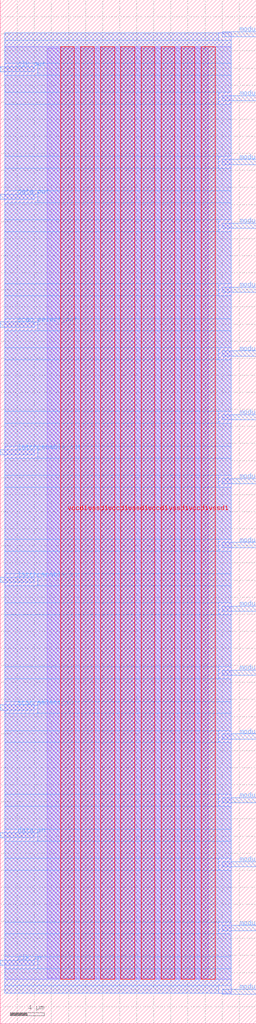
<source format=lef>
VERSION 5.7 ;
  NOWIREEXTENSIONATPIN ON ;
  DIVIDERCHAR "/" ;
  BUSBITCHARS "[]" ;
MACRO scanchain
  CLASS BLOCK ;
  FOREIGN scanchain ;
  ORIGIN 0.000 0.000 ;
  SIZE 30.000 BY 120.000 ;
  PIN clk_in
    DIRECTION INPUT ;
    USE SIGNAL ;
    PORT
      LAYER met3 ;
        RECT 0.000 6.840 4.000 7.440 ;
    END
  END clk_in
  PIN clk_out
    DIRECTION OUTPUT TRISTATE ;
    USE SIGNAL ;
    PORT
      LAYER met3 ;
        RECT 0.000 111.560 4.000 112.160 ;
    END
  END clk_out
  PIN data_in
    DIRECTION INPUT ;
    USE SIGNAL ;
    PORT
      LAYER met3 ;
        RECT 0.000 21.800 4.000 22.400 ;
    END
  END data_in
  PIN data_out
    DIRECTION OUTPUT TRISTATE ;
    USE SIGNAL ;
    PORT
      LAYER met3 ;
        RECT 0.000 96.600 4.000 97.200 ;
    END
  END data_out
  PIN latch_enable_in
    DIRECTION INPUT ;
    USE SIGNAL ;
    PORT
      LAYER met3 ;
        RECT 0.000 51.720 4.000 52.320 ;
    END
  END latch_enable_in
  PIN latch_enable_out
    DIRECTION OUTPUT TRISTATE ;
    USE SIGNAL ;
    PORT
      LAYER met3 ;
        RECT 0.000 66.680 4.000 67.280 ;
    END
  END latch_enable_out
  PIN module_data_in[0]
    DIRECTION OUTPUT TRISTATE ;
    USE SIGNAL ;
    PORT
      LAYER met3 ;
        RECT 26.000 3.440 30.000 4.040 ;
    END
  END module_data_in[0]
  PIN module_data_in[1]
    DIRECTION OUTPUT TRISTATE ;
    USE SIGNAL ;
    PORT
      LAYER met3 ;
        RECT 26.000 10.920 30.000 11.520 ;
    END
  END module_data_in[1]
  PIN module_data_in[2]
    DIRECTION OUTPUT TRISTATE ;
    USE SIGNAL ;
    PORT
      LAYER met3 ;
        RECT 26.000 18.400 30.000 19.000 ;
    END
  END module_data_in[2]
  PIN module_data_in[3]
    DIRECTION OUTPUT TRISTATE ;
    USE SIGNAL ;
    PORT
      LAYER met3 ;
        RECT 26.000 25.880 30.000 26.480 ;
    END
  END module_data_in[3]
  PIN module_data_in[4]
    DIRECTION OUTPUT TRISTATE ;
    USE SIGNAL ;
    PORT
      LAYER met3 ;
        RECT 26.000 33.360 30.000 33.960 ;
    END
  END module_data_in[4]
  PIN module_data_in[5]
    DIRECTION OUTPUT TRISTATE ;
    USE SIGNAL ;
    PORT
      LAYER met3 ;
        RECT 26.000 40.840 30.000 41.440 ;
    END
  END module_data_in[5]
  PIN module_data_in[6]
    DIRECTION OUTPUT TRISTATE ;
    USE SIGNAL ;
    PORT
      LAYER met3 ;
        RECT 26.000 48.320 30.000 48.920 ;
    END
  END module_data_in[6]
  PIN module_data_in[7]
    DIRECTION OUTPUT TRISTATE ;
    USE SIGNAL ;
    PORT
      LAYER met3 ;
        RECT 26.000 55.800 30.000 56.400 ;
    END
  END module_data_in[7]
  PIN module_data_out[0]
    DIRECTION INPUT ;
    USE SIGNAL ;
    PORT
      LAYER met3 ;
        RECT 26.000 63.280 30.000 63.880 ;
    END
  END module_data_out[0]
  PIN module_data_out[1]
    DIRECTION INPUT ;
    USE SIGNAL ;
    PORT
      LAYER met3 ;
        RECT 26.000 70.760 30.000 71.360 ;
    END
  END module_data_out[1]
  PIN module_data_out[2]
    DIRECTION INPUT ;
    USE SIGNAL ;
    PORT
      LAYER met3 ;
        RECT 26.000 78.240 30.000 78.840 ;
    END
  END module_data_out[2]
  PIN module_data_out[3]
    DIRECTION INPUT ;
    USE SIGNAL ;
    PORT
      LAYER met3 ;
        RECT 26.000 85.720 30.000 86.320 ;
    END
  END module_data_out[3]
  PIN module_data_out[4]
    DIRECTION INPUT ;
    USE SIGNAL ;
    PORT
      LAYER met3 ;
        RECT 26.000 93.200 30.000 93.800 ;
    END
  END module_data_out[4]
  PIN module_data_out[5]
    DIRECTION INPUT ;
    USE SIGNAL ;
    PORT
      LAYER met3 ;
        RECT 26.000 100.680 30.000 101.280 ;
    END
  END module_data_out[5]
  PIN module_data_out[6]
    DIRECTION INPUT ;
    USE SIGNAL ;
    PORT
      LAYER met3 ;
        RECT 26.000 108.160 30.000 108.760 ;
    END
  END module_data_out[6]
  PIN module_data_out[7]
    DIRECTION INPUT ;
    USE SIGNAL ;
    PORT
      LAYER met3 ;
        RECT 26.000 115.640 30.000 116.240 ;
    END
  END module_data_out[7]
  PIN scan_select_in
    DIRECTION INPUT ;
    USE SIGNAL ;
    PORT
      LAYER met3 ;
        RECT 0.000 36.760 4.000 37.360 ;
    END
  END scan_select_in
  PIN scan_select_out
    DIRECTION OUTPUT TRISTATE ;
    USE SIGNAL ;
    PORT
      LAYER met3 ;
        RECT 0.000 81.640 4.000 82.240 ;
    END
  END scan_select_out
  PIN vccd1
    DIRECTION INOUT ;
    USE POWER ;
    PORT
      LAYER met4 ;
        RECT 7.075 5.200 8.675 114.480 ;
    END
    PORT
      LAYER met4 ;
        RECT 11.790 5.200 13.390 114.480 ;
    END
    PORT
      LAYER met4 ;
        RECT 16.505 5.200 18.105 114.480 ;
    END
    PORT
      LAYER met4 ;
        RECT 21.220 5.200 22.820 114.480 ;
    END
  END vccd1
  PIN vssd1
    DIRECTION INOUT ;
    USE GROUND ;
    PORT
      LAYER met4 ;
        RECT 9.430 5.200 11.030 114.480 ;
    END
    PORT
      LAYER met4 ;
        RECT 14.145 5.200 15.745 114.480 ;
    END
    PORT
      LAYER met4 ;
        RECT 18.860 5.200 20.460 114.480 ;
    END
    PORT
      LAYER met4 ;
        RECT 23.575 5.200 25.175 114.480 ;
    END
  END vssd1
  OBS
      LAYER li1 ;
        RECT 5.520 5.355 24.380 114.325 ;
      LAYER met1 ;
        RECT 0.530 5.200 27.070 114.480 ;
      LAYER met2 ;
        RECT 0.550 3.555 27.050 116.125 ;
      LAYER met3 ;
        RECT 0.525 115.240 25.600 116.105 ;
        RECT 0.525 112.560 27.075 115.240 ;
        RECT 4.400 111.160 27.075 112.560 ;
        RECT 0.525 109.160 27.075 111.160 ;
        RECT 0.525 107.760 25.600 109.160 ;
        RECT 0.525 101.680 27.075 107.760 ;
        RECT 0.525 100.280 25.600 101.680 ;
        RECT 0.525 97.600 27.075 100.280 ;
        RECT 4.400 96.200 27.075 97.600 ;
        RECT 0.525 94.200 27.075 96.200 ;
        RECT 0.525 92.800 25.600 94.200 ;
        RECT 0.525 86.720 27.075 92.800 ;
        RECT 0.525 85.320 25.600 86.720 ;
        RECT 0.525 82.640 27.075 85.320 ;
        RECT 4.400 81.240 27.075 82.640 ;
        RECT 0.525 79.240 27.075 81.240 ;
        RECT 0.525 77.840 25.600 79.240 ;
        RECT 0.525 71.760 27.075 77.840 ;
        RECT 0.525 70.360 25.600 71.760 ;
        RECT 0.525 67.680 27.075 70.360 ;
        RECT 4.400 66.280 27.075 67.680 ;
        RECT 0.525 64.280 27.075 66.280 ;
        RECT 0.525 62.880 25.600 64.280 ;
        RECT 0.525 56.800 27.075 62.880 ;
        RECT 0.525 55.400 25.600 56.800 ;
        RECT 0.525 52.720 27.075 55.400 ;
        RECT 4.400 51.320 27.075 52.720 ;
        RECT 0.525 49.320 27.075 51.320 ;
        RECT 0.525 47.920 25.600 49.320 ;
        RECT 0.525 41.840 27.075 47.920 ;
        RECT 0.525 40.440 25.600 41.840 ;
        RECT 0.525 37.760 27.075 40.440 ;
        RECT 4.400 36.360 27.075 37.760 ;
        RECT 0.525 34.360 27.075 36.360 ;
        RECT 0.525 32.960 25.600 34.360 ;
        RECT 0.525 26.880 27.075 32.960 ;
        RECT 0.525 25.480 25.600 26.880 ;
        RECT 0.525 22.800 27.075 25.480 ;
        RECT 4.400 21.400 27.075 22.800 ;
        RECT 0.525 19.400 27.075 21.400 ;
        RECT 0.525 18.000 25.600 19.400 ;
        RECT 0.525 11.920 27.075 18.000 ;
        RECT 0.525 10.520 25.600 11.920 ;
        RECT 0.525 7.840 27.075 10.520 ;
        RECT 4.400 6.440 27.075 7.840 ;
        RECT 0.525 4.440 27.075 6.440 ;
        RECT 0.525 3.575 25.600 4.440 ;
  END
END scanchain
END LIBRARY


</source>
